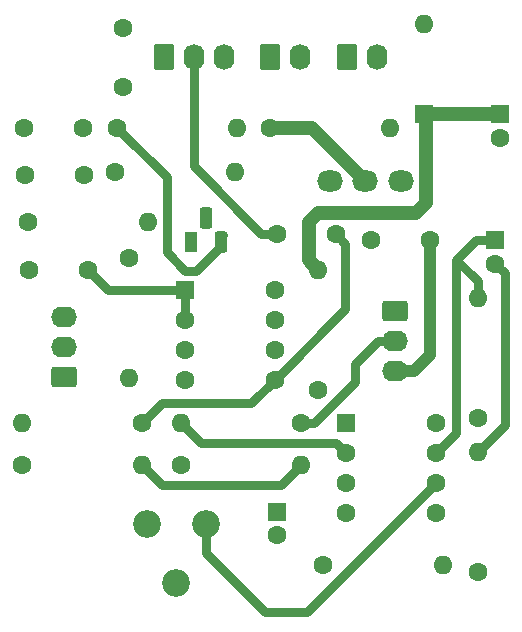
<source format=gbr>
%TF.GenerationSoftware,KiCad,Pcbnew,9.0.0*%
%TF.CreationDate,2025-07-30T16:49:17+01:00*%
%TF.ProjectId,MyMixer,4d794d69-7865-4722-9e6b-696361645f70,rev?*%
%TF.SameCoordinates,Original*%
%TF.FileFunction,Copper,L1,Top*%
%TF.FilePolarity,Positive*%
%FSLAX46Y46*%
G04 Gerber Fmt 4.6, Leading zero omitted, Abs format (unit mm)*
G04 Created by KiCad (PCBNEW 9.0.0) date 2025-07-30 16:49:17*
%MOMM*%
%LPD*%
G01*
G04 APERTURE LIST*
G04 Aperture macros list*
%AMRoundRect*
0 Rectangle with rounded corners*
0 $1 Rounding radius*
0 $2 $3 $4 $5 $6 $7 $8 $9 X,Y pos of 4 corners*
0 Add a 4 corners polygon primitive as box body*
4,1,4,$2,$3,$4,$5,$6,$7,$8,$9,$2,$3,0*
0 Add four circle primitives for the rounded corners*
1,1,$1+$1,$2,$3*
1,1,$1+$1,$4,$5*
1,1,$1+$1,$6,$7*
1,1,$1+$1,$8,$9*
0 Add four rect primitives between the rounded corners*
20,1,$1+$1,$2,$3,$4,$5,0*
20,1,$1+$1,$4,$5,$6,$7,0*
20,1,$1+$1,$6,$7,$8,$9,0*
20,1,$1+$1,$8,$9,$2,$3,0*%
G04 Aperture macros list end*
%TA.AperFunction,ComponentPad*%
%ADD10R,1.600000X1.600000*%
%TD*%
%TA.AperFunction,ComponentPad*%
%ADD11C,1.600000*%
%TD*%
%TA.AperFunction,ComponentPad*%
%ADD12O,1.600000X1.600000*%
%TD*%
%TA.AperFunction,ComponentPad*%
%ADD13RoundRect,0.250000X0.845000X-0.620000X0.845000X0.620000X-0.845000X0.620000X-0.845000X-0.620000X0*%
%TD*%
%TA.AperFunction,ComponentPad*%
%ADD14O,2.190000X1.740000*%
%TD*%
%TA.AperFunction,ComponentPad*%
%ADD15RoundRect,0.250000X-0.620000X-0.845000X0.620000X-0.845000X0.620000X0.845000X-0.620000X0.845000X0*%
%TD*%
%TA.AperFunction,ComponentPad*%
%ADD16O,1.740000X2.190000*%
%TD*%
%TA.AperFunction,ComponentPad*%
%ADD17RoundRect,0.250000X-0.550000X-0.550000X0.550000X-0.550000X0.550000X0.550000X-0.550000X0.550000X0*%
%TD*%
%TA.AperFunction,ComponentPad*%
%ADD18C,2.340000*%
%TD*%
%TA.AperFunction,ComponentPad*%
%ADD19R,1.100000X1.800000*%
%TD*%
%TA.AperFunction,ComponentPad*%
%ADD20RoundRect,0.275000X-0.275000X-0.625000X0.275000X-0.625000X0.275000X0.625000X-0.275000X0.625000X0*%
%TD*%
%TA.AperFunction,ComponentPad*%
%ADD21RoundRect,0.250000X-0.845000X0.620000X-0.845000X-0.620000X0.845000X-0.620000X0.845000X0.620000X0*%
%TD*%
%TA.AperFunction,ComponentPad*%
%ADD22O,2.200000X1.800000*%
%TD*%
%TA.AperFunction,Conductor*%
%ADD23C,0.800000*%
%TD*%
%TA.AperFunction,Conductor*%
%ADD24C,1.200000*%
%TD*%
%TA.AperFunction,Conductor*%
%ADD25C,1.000000*%
%TD*%
G04 APERTURE END LIST*
D10*
%TO.P,C7,1*%
%TO.N,+9VA*%
X62900000Y-45344888D03*
D11*
%TO.P,C7,2*%
%TO.N,Earth*%
X62900000Y-47344888D03*
%TD*%
%TO.P,R5,1*%
%TO.N,Net-(J2-Pin_2)*%
X31500000Y-57500000D03*
D12*
%TO.P,R5,2*%
%TO.N,Net-(U2A--)*%
X31500000Y-67660000D03*
%TD*%
D11*
%TO.P,R12,1*%
%TO.N,Net-(R12-Pad1)*%
X35920000Y-75000000D03*
D12*
%TO.P,R12,2*%
%TO.N,Net-(R10-Pad2)*%
X46080000Y-75000000D03*
%TD*%
D11*
%TO.P,R4,1*%
%TO.N,Net-(C3-Pad2)*%
X22920000Y-54500000D03*
D12*
%TO.P,R4,2*%
%TO.N,Net-(U1A-+)*%
X33080000Y-54500000D03*
%TD*%
D13*
%TO.P,J2,1,Pin_1*%
%TO.N,Earth*%
X26000000Y-67580000D03*
D14*
%TO.P,J2,2,Pin_2*%
%TO.N,Net-(J2-Pin_2)*%
X26000000Y-65040000D03*
%TO.P,J2,3,Pin_3*%
%TO.N,Net-(J2-Pin_3)*%
X26000000Y-62500000D03*
%TD*%
D15*
%TO.P,J4,1,Pin_1*%
%TO.N,Earth*%
X49960000Y-40500000D03*
D16*
%TO.P,J4,2,Pin_2*%
%TO.N,+9V*%
X52500000Y-40500000D03*
%TD*%
D11*
%TO.P,C3,1*%
%TO.N,Net-(Q1-S)*%
X27700000Y-50500000D03*
%TO.P,C3,2*%
%TO.N,Net-(C3-Pad2)*%
X22700000Y-50500000D03*
%TD*%
%TO.P,R11,1*%
%TO.N,Net-(U2B--)*%
X61000000Y-71080000D03*
D12*
%TO.P,R11,2*%
%TO.N,Net-(C9-Pad1)*%
X61000000Y-60920000D03*
%TD*%
D17*
%TO.P,U1,1*%
%TO.N,Net-(U1A--)*%
X36195000Y-60190000D03*
D11*
%TO.P,U1,2,-*%
X36195000Y-62730000D03*
%TO.P,U1,3,+*%
%TO.N,Net-(U1A-+)*%
X36195000Y-65270000D03*
%TO.P,U1,4,V-*%
%TO.N,Earth*%
X36195000Y-67810000D03*
%TO.P,U1,5,+*%
%TO.N,Net-(U1B-+)*%
X43815000Y-67810000D03*
%TO.P,U1,6,-*%
%TO.N,Net-(U1B--)*%
X43815000Y-65270000D03*
%TO.P,U1,7*%
X43815000Y-62730000D03*
%TO.P,U1,8,V+*%
%TO.N,+9VA*%
X43815000Y-60190000D03*
%TD*%
%TO.P,C2,1*%
%TO.N,Net-(J1-Pin_3)*%
X22580000Y-46500000D03*
%TO.P,C2,2*%
%TO.N,Net-(Q1-G)*%
X27580000Y-46500000D03*
%TD*%
D17*
%TO.P,U2,1*%
%TO.N,Net-(R10-Pad2)*%
X49880000Y-71500000D03*
D11*
%TO.P,U2,2,-*%
%TO.N,Net-(U2A--)*%
X49880000Y-74040000D03*
%TO.P,U2,3,+*%
%TO.N,Net-(U2A-+)*%
X49880000Y-76580000D03*
%TO.P,U2,4,V-*%
%TO.N,Earth*%
X49880000Y-79120000D03*
%TO.P,U2,5,+*%
%TO.N,Net-(U2A-+)*%
X57500000Y-79120000D03*
%TO.P,U2,6,-*%
%TO.N,Net-(U2B--)*%
X57500000Y-76580000D03*
%TO.P,U2,7*%
%TO.N,Net-(C9-Pad1)*%
X57500000Y-74040000D03*
%TO.P,U2,8,V+*%
%TO.N,+9VA*%
X57500000Y-71500000D03*
%TD*%
%TO.P,C1,1*%
%TO.N,Net-(J1-Pin_3)*%
X31000000Y-43000000D03*
%TO.P,C1,2*%
%TO.N,Earth*%
X31000000Y-38000000D03*
%TD*%
D10*
%TO.P,D1,1,K*%
%TO.N,+9VA*%
X56500000Y-45310000D03*
D12*
%TO.P,D1,2,A*%
%TO.N,+9V*%
X56500000Y-37690000D03*
%TD*%
D15*
%TO.P,J1,1,Pin_1*%
%TO.N,Earth*%
X34420000Y-40500000D03*
D16*
%TO.P,J1,2,Pin_2*%
%TO.N,Net-(J1-Pin_2)*%
X36960000Y-40500000D03*
%TO.P,J1,3,Pin_3*%
%TO.N,Net-(J1-Pin_3)*%
X39500000Y-40500000D03*
%TD*%
D18*
%TO.P,TR1,1,1*%
%TO.N,Net-(R12-Pad1)*%
X33000000Y-80000000D03*
%TO.P,TR1,2,2*%
%TO.N,Net-(U2B--)*%
X35500000Y-85000000D03*
%TO.P,TR1,3,3*%
X38000000Y-80000000D03*
%TD*%
D11*
%TO.P,R6,1*%
%TO.N,Net-(U1B-+)*%
X32580000Y-71500000D03*
D12*
%TO.P,R6,2*%
%TO.N,Earth*%
X22420000Y-71500000D03*
%TD*%
D10*
%TO.P,C9,1*%
%TO.N,Net-(C9-Pad1)*%
X62500000Y-56000000D03*
D11*
%TO.P,C9,2*%
%TO.N,Net-(J5-Pin_2)*%
X62500000Y-58000000D03*
%TD*%
%TO.P,C6,1*%
%TO.N,Net-(U1B--)*%
X52000000Y-56000000D03*
%TO.P,C6,2*%
%TO.N,Net-(J3-Pin_3)*%
X57000000Y-56000000D03*
%TD*%
D15*
%TO.P,J5,1,Pin_1*%
%TO.N,Earth*%
X43460000Y-40500000D03*
D16*
%TO.P,J5,2,Pin_2*%
%TO.N,Net-(J5-Pin_2)*%
X46000000Y-40500000D03*
%TD*%
D11*
%TO.P,R10,1*%
%TO.N,Net-(U2A--)*%
X22420000Y-75000000D03*
D12*
%TO.P,R10,2*%
%TO.N,Net-(R10-Pad2)*%
X32580000Y-75000000D03*
%TD*%
D11*
%TO.P,R2,1*%
%TO.N,Net-(SW1-B)*%
X43420000Y-46500000D03*
D12*
%TO.P,R2,2*%
%TO.N,Earth*%
X53580000Y-46500000D03*
%TD*%
D19*
%TO.P,Q1,1,S*%
%TO.N,Net-(Q1-S)*%
X36730000Y-56170000D03*
D20*
%TO.P,Q1,2,D*%
%TO.N,+9VA*%
X38000000Y-54100000D03*
%TO.P,Q1,3,G*%
%TO.N,Net-(Q1-G)*%
X39270000Y-56170000D03*
%TD*%
D11*
%TO.P,R3,1*%
%TO.N,Net-(Q1-S)*%
X30300000Y-50200000D03*
D12*
%TO.P,R3,2*%
%TO.N,Earth*%
X40460000Y-50200000D03*
%TD*%
D11*
%TO.P,R7,1*%
%TO.N,Net-(J3-Pin_2)*%
X46080000Y-71500000D03*
D12*
%TO.P,R7,2*%
%TO.N,Net-(U2A--)*%
X35920000Y-71500000D03*
%TD*%
D11*
%TO.P,R1,1*%
%TO.N,Net-(Q1-G)*%
X30500000Y-46500000D03*
D12*
%TO.P,R1,2*%
%TO.N,Net-(SW1-B)*%
X40660000Y-46500000D03*
%TD*%
D11*
%TO.P,R13,1*%
%TO.N,Earth*%
X61000000Y-84080000D03*
D12*
%TO.P,R13,2*%
%TO.N,Net-(J5-Pin_2)*%
X61000000Y-73920000D03*
%TD*%
D11*
%TO.P,R8,1*%
%TO.N,Net-(U2A-+)*%
X47500000Y-68660000D03*
D12*
%TO.P,R8,2*%
%TO.N,+9VA*%
X47500000Y-58500000D03*
%TD*%
D10*
%TO.P,C8,1*%
%TO.N,Net-(U2A-+)*%
X44000000Y-79000000D03*
D11*
%TO.P,C8,2*%
%TO.N,Earth*%
X44000000Y-81000000D03*
%TD*%
%TO.P,C5,1*%
%TO.N,Net-(U1A--)*%
X28000000Y-58500000D03*
%TO.P,C5,2*%
%TO.N,Net-(J2-Pin_3)*%
X23000000Y-58500000D03*
%TD*%
%TO.P,R9,1*%
%TO.N,Earth*%
X47920000Y-83500000D03*
D12*
%TO.P,R9,2*%
%TO.N,Net-(U2A-+)*%
X58080000Y-83500000D03*
%TD*%
D21*
%TO.P,J3,1,Pin_1*%
%TO.N,Earth*%
X54000000Y-62000000D03*
D14*
%TO.P,J3,2,Pin_2*%
%TO.N,Net-(J3-Pin_2)*%
X54000000Y-64540000D03*
%TO.P,J3,3,Pin_3*%
%TO.N,Net-(J3-Pin_3)*%
X54000000Y-67080000D03*
%TD*%
D11*
%TO.P,C4,1*%
%TO.N,Net-(J1-Pin_2)*%
X44000000Y-55500000D03*
%TO.P,C4,2*%
%TO.N,Net-(U1B-+)*%
X49000000Y-55500000D03*
%TD*%
D22*
%TO.P,SW1,1,A*%
%TO.N,Earth*%
X54500000Y-51000000D03*
%TO.P,SW1,2,B*%
%TO.N,Net-(SW1-B)*%
X51500000Y-51000000D03*
%TO.P,SW1,3*%
%TO.N,N/C*%
X48500000Y-51000000D03*
%TD*%
D23*
%TO.N,Net-(Q1-G)*%
X34681000Y-50681000D02*
X30500000Y-46500000D01*
X36231156Y-58589000D02*
X34681000Y-57038844D01*
X39270000Y-56506266D02*
X37187266Y-58589000D01*
X39270000Y-55770000D02*
X39451000Y-55589000D01*
X34681000Y-57038844D02*
X34681000Y-50681000D01*
X39270000Y-55770000D02*
X39270000Y-56506266D01*
X37187266Y-58589000D02*
X36231156Y-58589000D01*
%TO.N,Net-(J1-Pin_2)*%
X42700000Y-55500000D02*
X36960000Y-49760000D01*
X36960000Y-49760000D02*
X36960000Y-40500000D01*
X44000000Y-55500000D02*
X42700000Y-55500000D01*
%TO.N,Net-(U1B-+)*%
X32580000Y-71500000D02*
X34281000Y-69799000D01*
X41826000Y-69799000D02*
X43815000Y-67810000D01*
X49799999Y-56299999D02*
X49000000Y-55500000D01*
X34281000Y-69799000D02*
X41826000Y-69799000D01*
X49799999Y-61825001D02*
X49799999Y-56299999D01*
X43815000Y-67810000D02*
X49799999Y-61825001D01*
%TO.N,Net-(U1A--)*%
X29690000Y-60190000D02*
X28000000Y-58500000D01*
X36195000Y-60190000D02*
X36195000Y-62730000D01*
X36195000Y-60190000D02*
X29690000Y-60190000D01*
D24*
%TO.N,+9VA*%
X46700001Y-57700001D02*
X46700001Y-54493579D01*
X62865112Y-45310000D02*
X62900000Y-45344888D01*
X47494580Y-53699000D02*
X55754001Y-53699000D01*
X56601000Y-45411000D02*
X56500000Y-45310000D01*
X56500000Y-45310000D02*
X62865112Y-45310000D01*
X46700001Y-54493579D02*
X47494580Y-53699000D01*
X47500000Y-58500000D02*
X46700001Y-57700001D01*
X55754001Y-53699000D02*
X56601000Y-52852001D01*
X56601000Y-52852001D02*
X56601000Y-45411000D01*
D23*
%TO.N,Net-(C9-Pad1)*%
X61000000Y-59498000D02*
X61000000Y-60920000D01*
X60900000Y-56000000D02*
X59201000Y-57699000D01*
X59201000Y-72339000D02*
X57500000Y-74040000D01*
X62500000Y-56000000D02*
X60900000Y-56000000D01*
X59201000Y-57699000D02*
X61000000Y-59498000D01*
X59201000Y-57699000D02*
X59201000Y-72339000D01*
%TO.N,Net-(J3-Pin_2)*%
X52555000Y-64540000D02*
X54000000Y-64540000D01*
X47145312Y-71500000D02*
X50645312Y-68000000D01*
X50645312Y-66449688D02*
X52555000Y-64540000D01*
X50645312Y-68000000D02*
X50645312Y-66449688D01*
X46080000Y-71500000D02*
X47145312Y-71500000D01*
D24*
%TO.N,Net-(SW1-B)*%
X43420000Y-46500000D02*
X47000000Y-46500000D01*
X47000000Y-46500000D02*
X51500000Y-51000000D01*
D23*
%TO.N,Net-(U2A--)*%
X35920000Y-71500000D02*
X37621000Y-73201000D01*
X37621000Y-73201000D02*
X49041000Y-73201000D01*
X49041000Y-73201000D02*
X49880000Y-74040000D01*
%TO.N,Net-(R10-Pad2)*%
X34281000Y-76701000D02*
X32580000Y-75000000D01*
X44379000Y-76701000D02*
X34281000Y-76701000D01*
X46080000Y-75000000D02*
X44379000Y-76701000D01*
%TO.N,Net-(U2B--)*%
X43000000Y-87500000D02*
X46580000Y-87500000D01*
X38000000Y-80000000D02*
X38000000Y-82500000D01*
X38000000Y-82500000D02*
X43000000Y-87500000D01*
X46580000Y-87500000D02*
X57500000Y-76580000D01*
D25*
%TO.N,Net-(J3-Pin_3)*%
X55645000Y-67080000D02*
X54000000Y-67080000D01*
X57000000Y-56000000D02*
X57000000Y-65725000D01*
X57000000Y-65725000D02*
X55645000Y-67080000D01*
D23*
%TO.N,Net-(J5-Pin_2)*%
X63299999Y-58799999D02*
X62500000Y-58000000D01*
X63299999Y-71620001D02*
X63299999Y-58799999D01*
X61000000Y-73920000D02*
X63299999Y-71620001D01*
%TD*%
M02*

</source>
